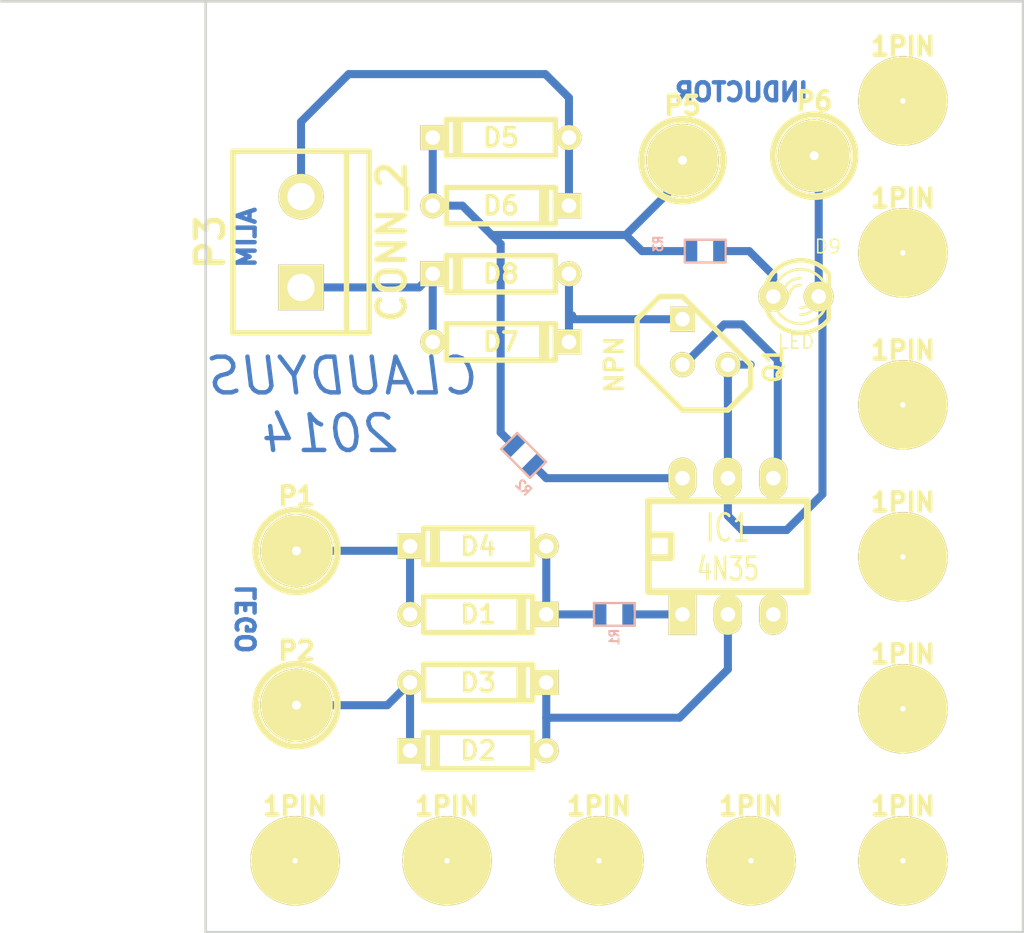
<source format=kicad_pcb>
(kicad_pcb (version 3) (host pcbnew "(2013-mar-13)-testing")

  (general
    (links 25)
    (no_connects 1)
    (area 143.434999 92.634999 200.735001 144.855001)
    (thickness 1.6)
    (drawings 8)
    (tracks 60)
    (zones 0)
    (modules 29)
    (nets 14)
  )

  (page A4)
  (title_block
    (title "Lego Mag")
    (date "23 lug 2014")
    (rev 1)
    (company "Claudio Mignanti")
  )

  (layers
    (15 F.Cu signal)
    (0 B.Cu signal)
    (16 B.Adhes user)
    (17 F.Adhes user)
    (18 B.Paste user)
    (19 F.Paste user)
    (20 B.SilkS user)
    (21 F.SilkS user)
    (22 B.Mask user)
    (23 F.Mask user)
    (24 Dwgs.User user)
    (25 Cmts.User user)
    (26 Eco1.User user)
    (27 Eco2.User user)
    (28 Edge.Cuts user)
  )

  (setup
    (last_trace_width 0.45)
    (trace_clearance 0.34)
    (zone_clearance 0.508)
    (zone_45_only no)
    (trace_min 0.254)
    (segment_width 0.2)
    (edge_width 0.15)
    (via_size 0.889)
    (via_drill 0.635)
    (via_min_size 0.889)
    (via_min_drill 0.508)
    (uvia_size 0.508)
    (uvia_drill 0.127)
    (uvias_allowed no)
    (uvia_min_size 0.508)
    (uvia_min_drill 0.127)
    (pcb_text_width 0.3)
    (pcb_text_size 1 1)
    (mod_edge_width 0.15)
    (mod_text_size 1 1)
    (mod_text_width 0.15)
    (pad_size 5 5)
    (pad_drill 0.3)
    (pad_to_mask_clearance 0)
    (aux_axis_origin 0 0)
    (visible_elements FFFFFF7F)
    (pcbplotparams
      (layerselection 3178497)
      (usegerberextensions true)
      (excludeedgelayer true)
      (linewidth 0.150000)
      (plotframeref false)
      (viasonmask false)
      (mode 1)
      (useauxorigin false)
      (hpglpennumber 1)
      (hpglpenspeed 20)
      (hpglpendiameter 15)
      (hpglpenoverlay 2)
      (psnegative false)
      (psa4output false)
      (plotreference true)
      (plotvalue true)
      (plotothertext true)
      (plotinvisibletext false)
      (padsonsilk false)
      (subtractmaskfromsilk false)
      (outputformat 1)
      (mirror false)
      (drillshape 1)
      (scaleselection 1)
      (outputdirectory lego-mag))
  )

  (net 0 "")
  (net 1 GND)
  (net 2 N-000001)
  (net 3 N-0000011)
  (net 4 N-0000012)
  (net 5 N-0000013)
  (net 6 N-0000014)
  (net 7 N-0000015)
  (net 8 N-0000016)
  (net 9 N-0000017)
  (net 10 N-0000018)
  (net 11 N-000003)
  (net 12 N-000005)
  (net 13 N-000006)

  (net_class Default "Questo è il gruppo di collegamenti predefinito"
    (clearance 0.34)
    (trace_width 0.45)
    (via_dia 0.889)
    (via_drill 0.635)
    (uvia_dia 0.508)
    (uvia_drill 0.127)
    (add_net "")
    (add_net GND)
    (add_net N-000001)
    (add_net N-0000011)
    (add_net N-0000012)
    (add_net N-0000013)
    (add_net N-0000014)
    (add_net N-0000015)
    (add_net N-0000016)
    (add_net N-0000017)
    (add_net N-0000018)
    (add_net N-000003)
    (add_net N-000005)
    (add_net N-000006)
  )

  (module 1pin (layer F.Cu) (tedit 53D01957) (tstamp 53D074A6)
    (at 193.94 98.28)
    (descr "module 1 pin (ou trou mecanique de percage)")
    (tags DEV)
    (path 1pin)
    (fp_text reference 1PIN (at 0 -3.048) (layer F.SilkS)
      (effects (font (size 1.016 1.016) (thickness 0.254)))
    )
    (fp_text value P*** (at 0 2.794) (layer F.SilkS) hide
      (effects (font (size 1.016 1.016) (thickness 0.254)))
    )
    (fp_circle (center 0 0) (end 0 -2.286) (layer F.SilkS) (width 0.381))
    (pad 1 thru_hole circle (at 0 0) (size 5 5) (drill 0.3)
      (layers *.Cu *.Mask F.SilkS)
    )
  )

  (module 1pin (layer F.Cu) (tedit 53D01957) (tstamp 53D0749B)
    (at 193.94 106.78)
    (descr "module 1 pin (ou trou mecanique de percage)")
    (tags DEV)
    (path 1pin)
    (fp_text reference 1PIN (at 0 -3.048) (layer F.SilkS)
      (effects (font (size 1.016 1.016) (thickness 0.254)))
    )
    (fp_text value P*** (at 0 2.794) (layer F.SilkS) hide
      (effects (font (size 1.016 1.016) (thickness 0.254)))
    )
    (fp_circle (center 0 0) (end 0 -2.286) (layer F.SilkS) (width 0.381))
    (pad 1 thru_hole circle (at 0 0) (size 5 5) (drill 0.3)
      (layers *.Cu *.Mask F.SilkS)
    )
  )

  (module 1pin (layer F.Cu) (tedit 53D01957) (tstamp 53D07490)
    (at 193.94 115.28)
    (descr "module 1 pin (ou trou mecanique de percage)")
    (tags DEV)
    (path 1pin)
    (fp_text reference 1PIN (at 0 -3.048) (layer F.SilkS)
      (effects (font (size 1.016 1.016) (thickness 0.254)))
    )
    (fp_text value P*** (at 0 2.794) (layer F.SilkS) hide
      (effects (font (size 1.016 1.016) (thickness 0.254)))
    )
    (fp_circle (center 0 0) (end 0 -2.286) (layer F.SilkS) (width 0.381))
    (pad 1 thru_hole circle (at 0 0) (size 5 5) (drill 0.3)
      (layers *.Cu *.Mask F.SilkS)
    )
  )

  (module 1pin (layer F.Cu) (tedit 53D01957) (tstamp 53D07485)
    (at 193.94 123.78)
    (descr "module 1 pin (ou trou mecanique de percage)")
    (tags DEV)
    (path 1pin)
    (fp_text reference 1PIN (at 0 -3.048) (layer F.SilkS)
      (effects (font (size 1.016 1.016) (thickness 0.254)))
    )
    (fp_text value P*** (at 0 2.794) (layer F.SilkS) hide
      (effects (font (size 1.016 1.016) (thickness 0.254)))
    )
    (fp_circle (center 0 0) (end 0 -2.286) (layer F.SilkS) (width 0.381))
    (pad 1 thru_hole circle (at 0 0) (size 5 5) (drill 0.3)
      (layers *.Cu *.Mask F.SilkS)
    )
  )

  (module 1pin (layer F.Cu) (tedit 53D01957) (tstamp 53D0747A)
    (at 193.94 132.28)
    (descr "module 1 pin (ou trou mecanique de percage)")
    (tags DEV)
    (path 1pin)
    (fp_text reference 1PIN (at 0 -3.048) (layer F.SilkS)
      (effects (font (size 1.016 1.016) (thickness 0.254)))
    )
    (fp_text value P*** (at 0 2.794) (layer F.SilkS) hide
      (effects (font (size 1.016 1.016) (thickness 0.254)))
    )
    (fp_circle (center 0 0) (end 0 -2.286) (layer F.SilkS) (width 0.381))
    (pad 1 thru_hole circle (at 0 0) (size 5 5) (drill 0.3)
      (layers *.Cu *.Mask F.SilkS)
    )
  )

  (module 1pin (layer F.Cu) (tedit 53D01957) (tstamp 53D07455)
    (at 193.94 140.78)
    (descr "module 1 pin (ou trou mecanique de percage)")
    (tags DEV)
    (path 1pin)
    (fp_text reference 1PIN (at 0 -3.048) (layer F.SilkS)
      (effects (font (size 1.016 1.016) (thickness 0.254)))
    )
    (fp_text value P*** (at 0 2.794) (layer F.SilkS) hide
      (effects (font (size 1.016 1.016) (thickness 0.254)))
    )
    (fp_circle (center 0 0) (end 0 -2.286) (layer F.SilkS) (width 0.381))
    (pad 1 thru_hole circle (at 0 0) (size 5 5) (drill 0.3)
      (layers *.Cu *.Mask F.SilkS)
    )
  )

  (module 1pin (layer F.Cu) (tedit 53D01957) (tstamp 53D07444)
    (at 185.44 140.78)
    (descr "module 1 pin (ou trou mecanique de percage)")
    (tags DEV)
    (path 1pin)
    (fp_text reference 1PIN (at 0 -3.048) (layer F.SilkS)
      (effects (font (size 1.016 1.016) (thickness 0.254)))
    )
    (fp_text value P*** (at 0 2.794) (layer F.SilkS) hide
      (effects (font (size 1.016 1.016) (thickness 0.254)))
    )
    (fp_circle (center 0 0) (end 0 -2.286) (layer F.SilkS) (width 0.381))
    (pad 1 thru_hole circle (at 0 0) (size 5 5) (drill 0.3)
      (layers *.Cu *.Mask F.SilkS)
    )
  )

  (module 1pin (layer F.Cu) (tedit 53D01957) (tstamp 53D0743F)
    (at 176.94 140.78)
    (descr "module 1 pin (ou trou mecanique de percage)")
    (tags DEV)
    (path 1pin)
    (fp_text reference 1PIN (at 0 -3.048) (layer F.SilkS)
      (effects (font (size 1.016 1.016) (thickness 0.254)))
    )
    (fp_text value P*** (at 0 2.794) (layer F.SilkS) hide
      (effects (font (size 1.016 1.016) (thickness 0.254)))
    )
    (fp_circle (center 0 0) (end 0 -2.286) (layer F.SilkS) (width 0.381))
    (pad 1 thru_hole circle (at 0 0) (size 5 5) (drill 0.3)
      (layers *.Cu *.Mask F.SilkS)
    )
  )

  (module 1pin (layer F.Cu) (tedit 53D01957) (tstamp 53D07419)
    (at 168.44 140.78)
    (descr "module 1 pin (ou trou mecanique de percage)")
    (tags DEV)
    (path 1pin)
    (fp_text reference 1PIN (at 0 -3.048) (layer F.SilkS)
      (effects (font (size 1.016 1.016) (thickness 0.254)))
    )
    (fp_text value P*** (at 0 2.794) (layer F.SilkS) hide
      (effects (font (size 1.016 1.016) (thickness 0.254)))
    )
    (fp_circle (center 0 0) (end 0 -2.286) (layer F.SilkS) (width 0.381))
    (pad 1 thru_hole circle (at 0 0) (size 5 5) (drill 0.3)
      (layers *.Cu *.Mask F.SilkS)
    )
  )

  (module D3 (layer F.Cu) (tedit 200000) (tstamp 53D0140A)
    (at 170.18 127)
    (descr "Diode 3 pas")
    (tags "DIODE DEV")
    (path /53D008F6)
    (fp_text reference D1 (at 0 0) (layer F.SilkS)
      (effects (font (size 1.016 1.016) (thickness 0.2032)))
    )
    (fp_text value DIODE (at 0 0) (layer F.SilkS) hide
      (effects (font (size 1.016 1.016) (thickness 0.2032)))
    )
    (fp_line (start 3.81 0) (end 3.048 0) (layer F.SilkS) (width 0.3048))
    (fp_line (start 3.048 0) (end 3.048 -1.016) (layer F.SilkS) (width 0.3048))
    (fp_line (start 3.048 -1.016) (end -3.048 -1.016) (layer F.SilkS) (width 0.3048))
    (fp_line (start -3.048 -1.016) (end -3.048 0) (layer F.SilkS) (width 0.3048))
    (fp_line (start -3.048 0) (end -3.81 0) (layer F.SilkS) (width 0.3048))
    (fp_line (start -3.048 0) (end -3.048 1.016) (layer F.SilkS) (width 0.3048))
    (fp_line (start -3.048 1.016) (end 3.048 1.016) (layer F.SilkS) (width 0.3048))
    (fp_line (start 3.048 1.016) (end 3.048 0) (layer F.SilkS) (width 0.3048))
    (fp_line (start 2.54 -1.016) (end 2.54 1.016) (layer F.SilkS) (width 0.3048))
    (fp_line (start 2.286 1.016) (end 2.286 -1.016) (layer F.SilkS) (width 0.3048))
    (pad 2 thru_hole rect (at 3.81 0) (size 1.397 1.397) (drill 0.8128)
      (layers *.Cu *.Mask F.SilkS)
      (net 5 N-0000013)
    )
    (pad 1 thru_hole circle (at -3.81 0) (size 1.397 1.397) (drill 0.8128)
      (layers *.Cu *.Mask F.SilkS)
      (net 8 N-0000016)
    )
    (model discret/diode.wrl
      (at (xyz 0 0 0))
      (scale (xyz 0.3 0.3 0.3))
      (rotate (xyz 0 0 0))
    )
  )

  (module D3 (layer F.Cu) (tedit 200000) (tstamp 53D01218)
    (at 170.18 134.62 180)
    (descr "Diode 3 pas")
    (tags "DIODE DEV")
    (path /53D00903)
    (fp_text reference D2 (at 0 0 180) (layer F.SilkS)
      (effects (font (size 1.016 1.016) (thickness 0.2032)))
    )
    (fp_text value DIODE (at 0 0 180) (layer F.SilkS) hide
      (effects (font (size 1.016 1.016) (thickness 0.2032)))
    )
    (fp_line (start 3.81 0) (end 3.048 0) (layer F.SilkS) (width 0.3048))
    (fp_line (start 3.048 0) (end 3.048 -1.016) (layer F.SilkS) (width 0.3048))
    (fp_line (start 3.048 -1.016) (end -3.048 -1.016) (layer F.SilkS) (width 0.3048))
    (fp_line (start -3.048 -1.016) (end -3.048 0) (layer F.SilkS) (width 0.3048))
    (fp_line (start -3.048 0) (end -3.81 0) (layer F.SilkS) (width 0.3048))
    (fp_line (start -3.048 0) (end -3.048 1.016) (layer F.SilkS) (width 0.3048))
    (fp_line (start -3.048 1.016) (end 3.048 1.016) (layer F.SilkS) (width 0.3048))
    (fp_line (start 3.048 1.016) (end 3.048 0) (layer F.SilkS) (width 0.3048))
    (fp_line (start 2.54 -1.016) (end 2.54 1.016) (layer F.SilkS) (width 0.3048))
    (fp_line (start 2.286 1.016) (end 2.286 -1.016) (layer F.SilkS) (width 0.3048))
    (pad 2 thru_hole rect (at 3.81 0 180) (size 1.397 1.397) (drill 0.8128)
      (layers *.Cu *.Mask F.SilkS)
      (net 9 N-0000017)
    )
    (pad 1 thru_hole circle (at -3.81 0 180) (size 1.397 1.397) (drill 0.8128)
      (layers *.Cu *.Mask F.SilkS)
      (net 6 N-0000014)
    )
    (model discret/diode.wrl
      (at (xyz 0 0 0))
      (scale (xyz 0.3 0.3 0.3))
      (rotate (xyz 0 0 0))
    )
  )

  (module D3 (layer F.Cu) (tedit 200000) (tstamp 53D01228)
    (at 170.18 130.81)
    (descr "Diode 3 pas")
    (tags "DIODE DEV")
    (path /53D0092C)
    (fp_text reference D3 (at 0 0) (layer F.SilkS)
      (effects (font (size 1.016 1.016) (thickness 0.2032)))
    )
    (fp_text value DIODE (at 0 0) (layer F.SilkS) hide
      (effects (font (size 1.016 1.016) (thickness 0.2032)))
    )
    (fp_line (start 3.81 0) (end 3.048 0) (layer F.SilkS) (width 0.3048))
    (fp_line (start 3.048 0) (end 3.048 -1.016) (layer F.SilkS) (width 0.3048))
    (fp_line (start 3.048 -1.016) (end -3.048 -1.016) (layer F.SilkS) (width 0.3048))
    (fp_line (start -3.048 -1.016) (end -3.048 0) (layer F.SilkS) (width 0.3048))
    (fp_line (start -3.048 0) (end -3.81 0) (layer F.SilkS) (width 0.3048))
    (fp_line (start -3.048 0) (end -3.048 1.016) (layer F.SilkS) (width 0.3048))
    (fp_line (start -3.048 1.016) (end 3.048 1.016) (layer F.SilkS) (width 0.3048))
    (fp_line (start 3.048 1.016) (end 3.048 0) (layer F.SilkS) (width 0.3048))
    (fp_line (start 2.54 -1.016) (end 2.54 1.016) (layer F.SilkS) (width 0.3048))
    (fp_line (start 2.286 1.016) (end 2.286 -1.016) (layer F.SilkS) (width 0.3048))
    (pad 2 thru_hole rect (at 3.81 0) (size 1.397 1.397) (drill 0.8128)
      (layers *.Cu *.Mask F.SilkS)
      (net 6 N-0000014)
    )
    (pad 1 thru_hole circle (at -3.81 0) (size 1.397 1.397) (drill 0.8128)
      (layers *.Cu *.Mask F.SilkS)
      (net 9 N-0000017)
    )
    (model discret/diode.wrl
      (at (xyz 0 0 0))
      (scale (xyz 0.3 0.3 0.3))
      (rotate (xyz 0 0 0))
    )
  )

  (module D3 (layer F.Cu) (tedit 200000) (tstamp 53D01238)
    (at 170.18 123.19 180)
    (descr "Diode 3 pas")
    (tags "DIODE DEV")
    (path /53D00932)
    (fp_text reference D4 (at 0 0 180) (layer F.SilkS)
      (effects (font (size 1.016 1.016) (thickness 0.2032)))
    )
    (fp_text value DIODE (at 0 0 180) (layer F.SilkS) hide
      (effects (font (size 1.016 1.016) (thickness 0.2032)))
    )
    (fp_line (start 3.81 0) (end 3.048 0) (layer F.SilkS) (width 0.3048))
    (fp_line (start 3.048 0) (end 3.048 -1.016) (layer F.SilkS) (width 0.3048))
    (fp_line (start 3.048 -1.016) (end -3.048 -1.016) (layer F.SilkS) (width 0.3048))
    (fp_line (start -3.048 -1.016) (end -3.048 0) (layer F.SilkS) (width 0.3048))
    (fp_line (start -3.048 0) (end -3.81 0) (layer F.SilkS) (width 0.3048))
    (fp_line (start -3.048 0) (end -3.048 1.016) (layer F.SilkS) (width 0.3048))
    (fp_line (start -3.048 1.016) (end 3.048 1.016) (layer F.SilkS) (width 0.3048))
    (fp_line (start 3.048 1.016) (end 3.048 0) (layer F.SilkS) (width 0.3048))
    (fp_line (start 2.54 -1.016) (end 2.54 1.016) (layer F.SilkS) (width 0.3048))
    (fp_line (start 2.286 1.016) (end 2.286 -1.016) (layer F.SilkS) (width 0.3048))
    (pad 2 thru_hole rect (at 3.81 0 180) (size 1.397 1.397) (drill 0.8128)
      (layers *.Cu *.Mask F.SilkS)
      (net 8 N-0000016)
    )
    (pad 1 thru_hole circle (at -3.81 0 180) (size 1.397 1.397) (drill 0.8128)
      (layers *.Cu *.Mask F.SilkS)
      (net 5 N-0000013)
    )
    (model discret/diode.wrl
      (at (xyz 0 0 0))
      (scale (xyz 0.3 0.3 0.3))
      (rotate (xyz 0 0 0))
    )
  )

  (module D3 (layer F.Cu) (tedit 200000) (tstamp 53D01248)
    (at 171.45 100.33 180)
    (descr "Diode 3 pas")
    (tags "DIODE DEV")
    (path /53D009F6)
    (fp_text reference D5 (at 0 0 180) (layer F.SilkS)
      (effects (font (size 1.016 1.016) (thickness 0.2032)))
    )
    (fp_text value DIODE (at 0 0 180) (layer F.SilkS) hide
      (effects (font (size 1.016 1.016) (thickness 0.2032)))
    )
    (fp_line (start 3.81 0) (end 3.048 0) (layer F.SilkS) (width 0.3048))
    (fp_line (start 3.048 0) (end 3.048 -1.016) (layer F.SilkS) (width 0.3048))
    (fp_line (start 3.048 -1.016) (end -3.048 -1.016) (layer F.SilkS) (width 0.3048))
    (fp_line (start -3.048 -1.016) (end -3.048 0) (layer F.SilkS) (width 0.3048))
    (fp_line (start -3.048 0) (end -3.81 0) (layer F.SilkS) (width 0.3048))
    (fp_line (start -3.048 0) (end -3.048 1.016) (layer F.SilkS) (width 0.3048))
    (fp_line (start -3.048 1.016) (end 3.048 1.016) (layer F.SilkS) (width 0.3048))
    (fp_line (start 3.048 1.016) (end 3.048 0) (layer F.SilkS) (width 0.3048))
    (fp_line (start 2.54 -1.016) (end 2.54 1.016) (layer F.SilkS) (width 0.3048))
    (fp_line (start 2.286 1.016) (end 2.286 -1.016) (layer F.SilkS) (width 0.3048))
    (pad 2 thru_hole rect (at 3.81 0 180) (size 1.397 1.397) (drill 0.8128)
      (layers *.Cu *.Mask F.SilkS)
      (net 4 N-0000012)
    )
    (pad 1 thru_hole circle (at -3.81 0 180) (size 1.397 1.397) (drill 0.8128)
      (layers *.Cu *.Mask F.SilkS)
      (net 13 N-000006)
    )
    (model discret/diode.wrl
      (at (xyz 0 0 0))
      (scale (xyz 0.3 0.3 0.3))
      (rotate (xyz 0 0 0))
    )
  )

  (module D3 (layer F.Cu) (tedit 200000) (tstamp 53D01258)
    (at 171.45 104.14)
    (descr "Diode 3 pas")
    (tags "DIODE DEV")
    (path /53D00A0D)
    (fp_text reference D6 (at 0 0) (layer F.SilkS)
      (effects (font (size 1.016 1.016) (thickness 0.2032)))
    )
    (fp_text value DIODE (at 0 0) (layer F.SilkS) hide
      (effects (font (size 1.016 1.016) (thickness 0.2032)))
    )
    (fp_line (start 3.81 0) (end 3.048 0) (layer F.SilkS) (width 0.3048))
    (fp_line (start 3.048 0) (end 3.048 -1.016) (layer F.SilkS) (width 0.3048))
    (fp_line (start 3.048 -1.016) (end -3.048 -1.016) (layer F.SilkS) (width 0.3048))
    (fp_line (start -3.048 -1.016) (end -3.048 0) (layer F.SilkS) (width 0.3048))
    (fp_line (start -3.048 0) (end -3.81 0) (layer F.SilkS) (width 0.3048))
    (fp_line (start -3.048 0) (end -3.048 1.016) (layer F.SilkS) (width 0.3048))
    (fp_line (start -3.048 1.016) (end 3.048 1.016) (layer F.SilkS) (width 0.3048))
    (fp_line (start 3.048 1.016) (end 3.048 0) (layer F.SilkS) (width 0.3048))
    (fp_line (start 2.54 -1.016) (end 2.54 1.016) (layer F.SilkS) (width 0.3048))
    (fp_line (start 2.286 1.016) (end 2.286 -1.016) (layer F.SilkS) (width 0.3048))
    (pad 2 thru_hole rect (at 3.81 0) (size 1.397 1.397) (drill 0.8128)
      (layers *.Cu *.Mask F.SilkS)
      (net 13 N-000006)
    )
    (pad 1 thru_hole circle (at -3.81 0) (size 1.397 1.397) (drill 0.8128)
      (layers *.Cu *.Mask F.SilkS)
      (net 4 N-0000012)
    )
    (model discret/diode.wrl
      (at (xyz 0 0 0))
      (scale (xyz 0.3 0.3 0.3))
      (rotate (xyz 0 0 0))
    )
  )

  (module D3 (layer F.Cu) (tedit 200000) (tstamp 53D01268)
    (at 171.45 111.76)
    (descr "Diode 3 pas")
    (tags "DIODE DEV")
    (path /53D00A13)
    (fp_text reference D7 (at 0 0) (layer F.SilkS)
      (effects (font (size 1.016 1.016) (thickness 0.2032)))
    )
    (fp_text value DIODE (at 0 0) (layer F.SilkS) hide
      (effects (font (size 1.016 1.016) (thickness 0.2032)))
    )
    (fp_line (start 3.81 0) (end 3.048 0) (layer F.SilkS) (width 0.3048))
    (fp_line (start 3.048 0) (end 3.048 -1.016) (layer F.SilkS) (width 0.3048))
    (fp_line (start 3.048 -1.016) (end -3.048 -1.016) (layer F.SilkS) (width 0.3048))
    (fp_line (start -3.048 -1.016) (end -3.048 0) (layer F.SilkS) (width 0.3048))
    (fp_line (start -3.048 0) (end -3.81 0) (layer F.SilkS) (width 0.3048))
    (fp_line (start -3.048 0) (end -3.048 1.016) (layer F.SilkS) (width 0.3048))
    (fp_line (start -3.048 1.016) (end 3.048 1.016) (layer F.SilkS) (width 0.3048))
    (fp_line (start 3.048 1.016) (end 3.048 0) (layer F.SilkS) (width 0.3048))
    (fp_line (start 2.54 -1.016) (end 2.54 1.016) (layer F.SilkS) (width 0.3048))
    (fp_line (start 2.286 1.016) (end 2.286 -1.016) (layer F.SilkS) (width 0.3048))
    (pad 2 thru_hole rect (at 3.81 0) (size 1.397 1.397) (drill 0.8128)
      (layers *.Cu *.Mask F.SilkS)
      (net 1 GND)
    )
    (pad 1 thru_hole circle (at -3.81 0) (size 1.397 1.397) (drill 0.8128)
      (layers *.Cu *.Mask F.SilkS)
      (net 10 N-0000018)
    )
    (model discret/diode.wrl
      (at (xyz 0 0 0))
      (scale (xyz 0.3 0.3 0.3))
      (rotate (xyz 0 0 0))
    )
  )

  (module D3 (layer F.Cu) (tedit 200000) (tstamp 53D01278)
    (at 171.45 107.95 180)
    (descr "Diode 3 pas")
    (tags "DIODE DEV")
    (path /53D00A19)
    (fp_text reference D8 (at 0 0 180) (layer F.SilkS)
      (effects (font (size 1.016 1.016) (thickness 0.2032)))
    )
    (fp_text value DIODE (at 0 0 180) (layer F.SilkS) hide
      (effects (font (size 1.016 1.016) (thickness 0.2032)))
    )
    (fp_line (start 3.81 0) (end 3.048 0) (layer F.SilkS) (width 0.3048))
    (fp_line (start 3.048 0) (end 3.048 -1.016) (layer F.SilkS) (width 0.3048))
    (fp_line (start 3.048 -1.016) (end -3.048 -1.016) (layer F.SilkS) (width 0.3048))
    (fp_line (start -3.048 -1.016) (end -3.048 0) (layer F.SilkS) (width 0.3048))
    (fp_line (start -3.048 0) (end -3.81 0) (layer F.SilkS) (width 0.3048))
    (fp_line (start -3.048 0) (end -3.048 1.016) (layer F.SilkS) (width 0.3048))
    (fp_line (start -3.048 1.016) (end 3.048 1.016) (layer F.SilkS) (width 0.3048))
    (fp_line (start 3.048 1.016) (end 3.048 0) (layer F.SilkS) (width 0.3048))
    (fp_line (start 2.54 -1.016) (end 2.54 1.016) (layer F.SilkS) (width 0.3048))
    (fp_line (start 2.286 1.016) (end 2.286 -1.016) (layer F.SilkS) (width 0.3048))
    (pad 2 thru_hole rect (at 3.81 0 180) (size 1.397 1.397) (drill 0.8128)
      (layers *.Cu *.Mask F.SilkS)
      (net 10 N-0000018)
    )
    (pad 1 thru_hole circle (at -3.81 0 180) (size 1.397 1.397) (drill 0.8128)
      (layers *.Cu *.Mask F.SilkS)
      (net 1 GND)
    )
    (model discret/diode.wrl
      (at (xyz 0 0 0))
      (scale (xyz 0.3 0.3 0.3))
      (rotate (xyz 0 0 0))
    )
  )

  (module LED-3MM (layer F.Cu) (tedit 50ADE848) (tstamp 53D01291)
    (at 187.96 109.22)
    (descr "LED 3mm - Lead pitch 100mil (2,54mm)")
    (tags "LED led 3mm 3MM 100mil 2,54mm")
    (path /53D00D96)
    (fp_text reference D9 (at 1.778 -2.794) (layer F.SilkS)
      (effects (font (size 0.762 0.762) (thickness 0.0889)))
    )
    (fp_text value LED (at 0 2.54) (layer F.SilkS)
      (effects (font (size 0.762 0.762) (thickness 0.0889)))
    )
    (fp_line (start 1.8288 1.27) (end 1.8288 -1.27) (layer F.SilkS) (width 0.254))
    (fp_arc (start 0.254 0) (end -1.27 0) (angle 39.8) (layer F.SilkS) (width 0.1524))
    (fp_arc (start 0.254 0) (end -0.88392 1.01092) (angle 41.6) (layer F.SilkS) (width 0.1524))
    (fp_arc (start 0.254 0) (end 1.4097 -0.9906) (angle 40.6) (layer F.SilkS) (width 0.1524))
    (fp_arc (start 0.254 0) (end 1.778 0) (angle 39.8) (layer F.SilkS) (width 0.1524))
    (fp_arc (start 0.254 0) (end 0.254 -1.524) (angle 54.4) (layer F.SilkS) (width 0.1524))
    (fp_arc (start 0.254 0) (end -0.9652 -0.9144) (angle 53.1) (layer F.SilkS) (width 0.1524))
    (fp_arc (start 0.254 0) (end 1.45542 0.93472) (angle 52.1) (layer F.SilkS) (width 0.1524))
    (fp_arc (start 0.254 0) (end 0.254 1.524) (angle 52.1) (layer F.SilkS) (width 0.1524))
    (fp_arc (start 0.254 0) (end -0.381 0) (angle 90) (layer F.SilkS) (width 0.1524))
    (fp_arc (start 0.254 0) (end -0.762 0) (angle 90) (layer F.SilkS) (width 0.1524))
    (fp_arc (start 0.254 0) (end 0.889 0) (angle 90) (layer F.SilkS) (width 0.1524))
    (fp_arc (start 0.254 0) (end 1.27 0) (angle 90) (layer F.SilkS) (width 0.1524))
    (fp_arc (start 0.254 0) (end 0.254 -2.032) (angle 50.1) (layer F.SilkS) (width 0.254))
    (fp_arc (start 0.254 0) (end -1.5367 -0.95504) (angle 61.9) (layer F.SilkS) (width 0.254))
    (fp_arc (start 0.254 0) (end 1.8034 1.31064) (angle 49.7) (layer F.SilkS) (width 0.254))
    (fp_arc (start 0.254 0) (end 0.254 2.032) (angle 60.2) (layer F.SilkS) (width 0.254))
    (fp_arc (start 0.254 0) (end -1.778 0) (angle 28.3) (layer F.SilkS) (width 0.254))
    (fp_arc (start 0.254 0) (end -1.47574 1.06426) (angle 31.6) (layer F.SilkS) (width 0.254))
    (pad 1 thru_hole circle (at -1.27 0) (size 1.6764 1.6764) (drill 0.8128)
      (layers *.Cu *.Mask F.SilkS)
      (net 11 N-000003)
    )
    (pad 2 thru_hole circle (at 1.27 0) (size 1.6764 1.6764) (drill 0.8128)
      (layers *.Cu *.Mask F.SilkS)
      (net 3 N-0000011)
    )
    (model discret/leds/led3_vertical_verde.wrl
      (at (xyz 0 0 0))
      (scale (xyz 1 1 1))
      (rotate (xyz 0 0 0))
    )
  )

  (module 1pin (layer F.Cu) (tedit 53D01495) (tstamp 53D01297)
    (at 160.02 123.444)
    (descr "module 1 pin (ou trou mecanique de percage)")
    (tags DEV)
    (path /53D00970)
    (fp_text reference P1 (at 0 -3.048) (layer F.SilkS)
      (effects (font (size 1.016 1.016) (thickness 0.254)))
    )
    (fp_text value CONN_1 (at 0 2.794) (layer F.SilkS) hide
      (effects (font (size 1.016 1.016) (thickness 0.254)))
    )
    (fp_circle (center 0 0) (end 0 -2.286) (layer F.SilkS) (width 0.381))
    (pad 1 thru_hole circle (at 0 0) (size 4.064 4.064) (drill 0.5)
      (layers *.Cu *.Mask F.SilkS)
      (net 8 N-0000016)
    )
  )

  (module 1pin (layer F.Cu) (tedit 53D014A4) (tstamp 53D0129D)
    (at 160.02 132.08)
    (descr "module 1 pin (ou trou mecanique de percage)")
    (tags DEV)
    (path /53D00987)
    (fp_text reference P2 (at 0 -3.048) (layer F.SilkS)
      (effects (font (size 1.016 1.016) (thickness 0.254)))
    )
    (fp_text value CONN_1 (at 0 2.794) (layer F.SilkS) hide
      (effects (font (size 1.016 1.016) (thickness 0.254)))
    )
    (fp_circle (center 0 0) (end 0 -2.286) (layer F.SilkS) (width 0.381))
    (pad 1 thru_hole circle (at 0 0) (size 4.064 4.064) (drill 0.5)
      (layers *.Cu *.Mask F.SilkS)
      (net 9 N-0000017)
    )
  )

  (module bornier2 (layer F.Cu) (tedit 3EC0ED69) (tstamp 53D012A8)
    (at 160.274 106.172 90)
    (descr "Bornier d'alimentation 2 pins")
    (tags DEV)
    (path /53D01705)
    (fp_text reference P3 (at 0 -5.08 90) (layer F.SilkS)
      (effects (font (thickness 0.3048)))
    )
    (fp_text value CONN_2 (at 0 5.08 90) (layer F.SilkS)
      (effects (font (thickness 0.3048)))
    )
    (fp_line (start 5.08 2.54) (end -5.08 2.54) (layer F.SilkS) (width 0.3048))
    (fp_line (start 5.08 3.81) (end 5.08 -3.81) (layer F.SilkS) (width 0.3048))
    (fp_line (start 5.08 -3.81) (end -5.08 -3.81) (layer F.SilkS) (width 0.3048))
    (fp_line (start -5.08 -3.81) (end -5.08 3.81) (layer F.SilkS) (width 0.3048))
    (fp_line (start -5.08 3.81) (end 5.08 3.81) (layer F.SilkS) (width 0.3048))
    (pad 1 thru_hole rect (at -2.54 0 90) (size 2.54 2.54) (drill 1.524)
      (layers *.Cu *.Mask F.SilkS)
      (net 10 N-0000018)
    )
    (pad 2 thru_hole circle (at 2.54 0 90) (size 2.54 2.54) (drill 1.524)
      (layers *.Cu *.Mask F.SilkS)
      (net 13 N-000006)
    )
    (model device/bornier_2.wrl
      (at (xyz 0 0 0))
      (scale (xyz 1 1 1))
      (rotate (xyz 0 0 0))
    )
  )

  (module 1pin (layer F.Cu) (tedit 53D014B3) (tstamp 53D012AE)
    (at 181.61 101.6)
    (descr "module 1 pin (ou trou mecanique de percage)")
    (tags DEV)
    (path /53D00CE9)
    (fp_text reference P5 (at 0 -3.048) (layer F.SilkS)
      (effects (font (size 1.016 1.016) (thickness 0.254)))
    )
    (fp_text value CONN_1 (at 0 2.794) (layer F.SilkS) hide
      (effects (font (size 1.016 1.016) (thickness 0.254)))
    )
    (fp_circle (center 0 0) (end 0 -2.286) (layer F.SilkS) (width 0.381))
    (pad 1 thru_hole circle (at 0 0) (size 4.064 4.064) (drill 0.5)
      (layers *.Cu *.Mask F.SilkS)
      (net 4 N-0000012)
    )
  )

  (module 1pin (layer F.Cu) (tedit 53D014BA) (tstamp 53D012B4)
    (at 188.976 101.346)
    (descr "module 1 pin (ou trou mecanique de percage)")
    (tags DEV)
    (path /53D00CEF)
    (fp_text reference P6 (at 0 -3.048) (layer F.SilkS)
      (effects (font (size 1.016 1.016) (thickness 0.254)))
    )
    (fp_text value CONN_1 (at 0 2.794) (layer F.SilkS) hide
      (effects (font (size 1.016 1.016) (thickness 0.254)))
    )
    (fp_circle (center 0 0) (end 0 -2.286) (layer F.SilkS) (width 0.381))
    (pad 1 thru_hole circle (at 0 0) (size 4.064 4.064) (drill 0.5)
      (layers *.Cu *.Mask F.SilkS)
      (net 3 N-0000011)
    )
  )

  (module TO92 (layer F.Cu) (tedit 443CFFD1) (tstamp 53D012C3)
    (at 182.88 111.76 90)
    (descr "Transistor TO92 brochage type BC237")
    (tags "TR TO92")
    (path /53D00B39)
    (fp_text reference Q1 (at -1.27 3.81 90) (layer F.SilkS)
      (effects (font (size 1.016 1.016) (thickness 0.2032)))
    )
    (fp_text value NPN (at -1.27 -5.08 90) (layer F.SilkS)
      (effects (font (size 1.016 1.016) (thickness 0.2032)))
    )
    (fp_line (start -1.27 2.54) (end 2.54 -1.27) (layer F.SilkS) (width 0.3048))
    (fp_line (start 2.54 -1.27) (end 2.54 -2.54) (layer F.SilkS) (width 0.3048))
    (fp_line (start 2.54 -2.54) (end 1.27 -3.81) (layer F.SilkS) (width 0.3048))
    (fp_line (start 1.27 -3.81) (end -1.27 -3.81) (layer F.SilkS) (width 0.3048))
    (fp_line (start -1.27 -3.81) (end -3.81 -1.27) (layer F.SilkS) (width 0.3048))
    (fp_line (start -3.81 -1.27) (end -3.81 1.27) (layer F.SilkS) (width 0.3048))
    (fp_line (start -3.81 1.27) (end -2.54 2.54) (layer F.SilkS) (width 0.3048))
    (fp_line (start -2.54 2.54) (end -1.27 2.54) (layer F.SilkS) (width 0.3048))
    (pad 1 thru_hole rect (at 1.27 -1.27 90) (size 1.397 1.397) (drill 0.8128)
      (layers *.Cu *.Mask F.SilkS)
      (net 1 GND)
    )
    (pad 2 thru_hole circle (at -1.27 -1.27 90) (size 1.397 1.397) (drill 0.8128)
      (layers *.Cu *.Mask F.SilkS)
      (net 12 N-000005)
    )
    (pad 3 thru_hole circle (at -1.27 1.27 90) (size 1.397 1.397) (drill 0.8128)
      (layers *.Cu *.Mask F.SilkS)
      (net 3 N-0000011)
    )
    (model discret/to98.wrl
      (at (xyz 0 0 0))
      (scale (xyz 1 1 1))
      (rotate (xyz 0 0 0))
    )
  )

  (module SM0603 (layer B.Cu) (tedit 53D012D2) (tstamp 53D012CD)
    (at 177.8 127)
    (path /53D0093C)
    (attr smd)
    (fp_text reference R1 (at 0 1.27 90) (layer B.SilkS)
      (effects (font (size 0.508 0.4572) (thickness 0.1143)) (justify mirror))
    )
    (fp_text value 330 (at 0 0) (layer B.SilkS) hide
      (effects (font (size 0.508 0.4572) (thickness 0.1143)) (justify mirror))
    )
    (fp_line (start -1.143 0.635) (end 1.143 0.635) (layer B.SilkS) (width 0.127))
    (fp_line (start 1.143 0.635) (end 1.143 -0.635) (layer B.SilkS) (width 0.127))
    (fp_line (start 1.143 -0.635) (end -1.143 -0.635) (layer B.SilkS) (width 0.127))
    (fp_line (start -1.143 -0.635) (end -1.143 0.635) (layer B.SilkS) (width 0.127))
    (pad 1 smd rect (at -0.762 0) (size 0.635 1.143)
      (layers B.Cu B.Paste B.Mask)
      (net 5 N-0000013)
    )
    (pad 2 smd rect (at 0.762 0) (size 0.635 1.143)
      (layers B.Cu B.Paste B.Mask)
      (net 7 N-0000015)
    )
    (model smd\resistors\R0603.wrl
      (at (xyz 0 0 0.001))
      (scale (xyz 0.5 0.5 0.5))
      (rotate (xyz 0 0 0))
    )
  )

  (module SM0603 (layer B.Cu) (tedit 53D01581) (tstamp 53D012D7)
    (at 172.72 118.11 135)
    (path /53D00CF5)
    (attr smd)
    (fp_text reference R2 (at -1.27 -1.27 135) (layer B.SilkS)
      (effects (font (size 0.508 0.4572) (thickness 0.1143)) (justify mirror))
    )
    (fp_text value NC (at 0 0 135) (layer B.SilkS) hide
      (effects (font (size 0.508 0.4572) (thickness 0.1143)) (justify mirror))
    )
    (fp_line (start -1.143 0.635) (end 1.143 0.635) (layer B.SilkS) (width 0.127))
    (fp_line (start 1.143 0.635) (end 1.143 -0.635) (layer B.SilkS) (width 0.127))
    (fp_line (start 1.143 -0.635) (end -1.143 -0.635) (layer B.SilkS) (width 0.127))
    (fp_line (start -1.143 -0.635) (end -1.143 0.635) (layer B.SilkS) (width 0.127))
    (pad 1 smd rect (at -0.762 0 135) (size 0.635 1.143)
      (layers B.Cu B.Paste B.Mask)
      (net 2 N-000001)
    )
    (pad 2 smd rect (at 0.762 0 135) (size 0.635 1.143)
      (layers B.Cu B.Paste B.Mask)
      (net 4 N-0000012)
    )
    (model smd\resistors\R0603.wrl
      (at (xyz 0 0 0.001))
      (scale (xyz 0.5 0.5 0.5))
      (rotate (xyz 0 0 0))
    )
  )

  (module SM0603 (layer B.Cu) (tedit 53D0141E) (tstamp 53D012E1)
    (at 182.88 106.68 180)
    (path /53D00D5B)
    (attr smd)
    (fp_text reference R3 (at 2.6289 0.4064 450) (layer B.SilkS)
      (effects (font (size 0.508 0.4572) (thickness 0.1143)) (justify mirror))
    )
    (fp_text value 470 (at 0 0 180) (layer B.SilkS) hide
      (effects (font (size 0.508 0.4572) (thickness 0.1143)) (justify mirror))
    )
    (fp_line (start -1.143 0.635) (end 1.143 0.635) (layer B.SilkS) (width 0.127))
    (fp_line (start 1.143 0.635) (end 1.143 -0.635) (layer B.SilkS) (width 0.127))
    (fp_line (start 1.143 -0.635) (end -1.143 -0.635) (layer B.SilkS) (width 0.127))
    (fp_line (start -1.143 -0.635) (end -1.143 0.635) (layer B.SilkS) (width 0.127))
    (pad 1 smd rect (at -0.762 0 180) (size 0.635 1.143)
      (layers B.Cu B.Paste B.Mask)
      (net 11 N-000003)
    )
    (pad 2 smd rect (at 0.762 0 180) (size 0.635 1.143)
      (layers B.Cu B.Paste B.Mask)
      (net 4 N-0000012)
    )
    (model smd\resistors\R0603.wrl
      (at (xyz 0 0 0.001))
      (scale (xyz 0.5 0.5 0.5))
      (rotate (xyz 0 0 0))
    )
  )

  (module DIP-6__300_ELL (layer F.Cu) (tedit 4879C789) (tstamp 53D013D9)
    (at 184.15 123.19)
    (descr "6 pins DIL package, elliptical pads")
    (tags DIL)
    (path /53D008C7)
    (fp_text reference IC1 (at 0 -1.016) (layer F.SilkS)
      (effects (font (size 1.524 1.016) (thickness 0.1524)))
    )
    (fp_text value 4N35 (at 0 1.27) (layer F.SilkS)
      (effects (font (size 1.27 0.889) (thickness 0.1524)))
    )
    (fp_line (start -4.445 -2.54) (end 4.445 -2.54) (layer F.SilkS) (width 0.381))
    (fp_line (start 4.445 -2.54) (end 4.445 2.54) (layer F.SilkS) (width 0.381))
    (fp_line (start 4.445 2.54) (end -4.445 2.54) (layer F.SilkS) (width 0.381))
    (fp_line (start -4.445 2.54) (end -4.445 -2.54) (layer F.SilkS) (width 0.381))
    (fp_line (start -4.445 -0.635) (end -3.175 -0.635) (layer F.SilkS) (width 0.381))
    (fp_line (start -3.175 -0.635) (end -3.175 0.635) (layer F.SilkS) (width 0.381))
    (fp_line (start -3.175 0.635) (end -4.445 0.635) (layer F.SilkS) (width 0.381))
    (pad 1 thru_hole rect (at -2.54 3.81) (size 1.5748 2.286) (drill 0.8128)
      (layers *.Cu *.Mask F.SilkS)
      (net 7 N-0000015)
    )
    (pad 2 thru_hole oval (at 0 3.81) (size 1.5748 2.286) (drill 0.8128)
      (layers *.Cu *.Mask F.SilkS)
      (net 6 N-0000014)
    )
    (pad 3 thru_hole oval (at 2.54 3.81) (size 1.5748 2.286) (drill 0.8128)
      (layers *.Cu *.Mask F.SilkS)
    )
    (pad 4 thru_hole oval (at 2.54 -3.81) (size 1.5748 2.286) (drill 0.8128)
      (layers *.Cu *.Mask F.SilkS)
      (net 12 N-000005)
    )
    (pad 5 thru_hole oval (at 0 -3.81) (size 1.5748 2.286) (drill 0.8128)
      (layers *.Cu *.Mask F.SilkS)
      (net 3 N-0000011)
    )
    (pad 6 thru_hole oval (at -2.54 -3.81) (size 1.5748 2.286) (drill 0.8128)
      (layers *.Cu *.Mask F.SilkS)
      (net 2 N-000001)
    )
    (model dil/dil_6.wrl
      (at (xyz 0 0 0))
      (scale (xyz 1 1 1))
      (rotate (xyz 0 0 0))
    )
  )

  (module 1pin (layer F.Cu) (tedit 53D01957) (tstamp 53D0736C)
    (at 159.94 140.78)
    (descr "module 1 pin (ou trou mecanique de percage)")
    (tags DEV)
    (path 1pin)
    (fp_text reference 1PIN (at 0 -3.048) (layer F.SilkS)
      (effects (font (size 1.016 1.016) (thickness 0.254)))
    )
    (fp_text value P*** (at 0 2.794) (layer F.SilkS) hide
      (effects (font (size 1.016 1.016) (thickness 0.254)))
    )
    (fp_circle (center 0 0) (end 0 -2.286) (layer F.SilkS) (width 0.381))
    (pad 1 thru_hole circle (at 0 0) (size 5 5) (drill 0.3)
      (layers *.Cu *.Mask F.SilkS)
    )
  )

  (gr_text "CLAUDYUS \n2014" (at 161.94 115.28) (layer B.Cu)
    (effects (font (size 2 2) (thickness 0.25) italic) (justify mirror))
  )
  (gr_text LEGO (at 157.226 127.254 90) (layer B.Cu)
    (effects (font (size 1 1) (thickness 0.25)) (justify mirror))
  )
  (gr_text ALIM (at 157.226 105.918 90) (layer B.Cu)
    (effects (font (size 1 1) (thickness 0.25)) (justify mirror))
  )
  (gr_text INDUCTOR (at 184.912 97.79) (layer B.Cu)
    (effects (font (size 1 1) (thickness 0.25)) (justify mirror))
  )
  (gr_line (start 154.94 144.78) (end 200.66 144.78) (angle 90) (layer Edge.Cuts) (width 0.15))
  (gr_line (start 154.94 92.71) (end 154.94 144.78) (angle 90) (layer Edge.Cuts) (width 0.15))
  (gr_line (start 200.66 92.71) (end 143.51 92.71) (angle 90) (layer Edge.Cuts) (width 0.15))
  (gr_line (start 200.66 144.78) (end 200.66 92.71) (angle 90) (layer Edge.Cuts) (width 0.15))

  (segment (start 181.61 110.49) (end 175.26 110.49) (width 0.45) (layer B.Cu) (net 1))
  (segment (start 175.44 110.28) (end 175.26 110.28) (width 0.45) (layer B.Cu) (net 1) (tstamp 53D07510))
  (segment (start 175.44 110.31) (end 175.44 110.28) (width 0.45) (layer B.Cu) (net 1) (tstamp 53D0750F))
  (segment (start 175.26 110.49) (end 175.44 110.31) (width 0.45) (layer B.Cu) (net 1) (tstamp 53D0750E))
  (segment (start 175.26 107.95) (end 175.26 110.28) (width 0.45) (layer B.Cu) (net 1))
  (segment (start 175.26 110.28) (end 175.26 111.76) (width 0.45) (layer B.Cu) (net 1) (tstamp 53D07511))
  (segment (start 181.61 119.38) (end 173.99 119.38) (width 0.45) (layer B.Cu) (net 2))
  (segment (start 173.99 119.38) (end 173.258815 118.648815) (width 0.45) (layer B.Cu) (net 2) (tstamp 53D07509))
  (segment (start 184.15 119.38) (end 184.15 121.49) (width 0.45) (layer B.Cu) (net 3) (status 400000))
  (segment (start 189.44 109.43) (end 189.23 109.22) (width 0.45) (layer B.Cu) (net 3) (tstamp 53D0752E) (status C00000))
  (segment (start 189.44 120.28) (end 189.44 109.43) (width 0.45) (layer B.Cu) (net 3) (tstamp 53D0752C) (status 800000))
  (segment (start 187.44 122.28) (end 189.44 120.28) (width 0.45) (layer B.Cu) (net 3) (tstamp 53D0752B))
  (segment (start 184.94 122.28) (end 187.44 122.28) (width 0.45) (layer B.Cu) (net 3) (tstamp 53D0752A))
  (segment (start 184.15 121.49) (end 184.94 122.28) (width 0.45) (layer B.Cu) (net 3) (tstamp 53D07529))
  (segment (start 189.23 109.22) (end 189.23 101.6) (width 0.45) (layer B.Cu) (net 3))
  (segment (start 189.23 101.6) (end 188.976 101.346) (width 0.45) (layer B.Cu) (net 3) (tstamp 53D07519))
  (segment (start 184.15 113.03) (end 185.42 113.03) (width 0.45) (layer B.Cu) (net 3))
  (segment (start 184.15 119.38) (end 184.15 113.03) (width 0.45) (layer B.Cu) (net 3))
  (segment (start 182.118 106.68) (end 179.34 106.68) (width 0.45) (layer B.Cu) (net 4))
  (segment (start 179.34 106.68) (end 178.44 105.78) (width 0.45) (layer B.Cu) (net 4) (tstamp 53D07500))
  (segment (start 170.94 105.78) (end 178.44 105.78) (width 0.45) (layer B.Cu) (net 4))
  (segment (start 181.61 102.61) (end 181.61 101.6) (width 0.45) (layer B.Cu) (net 4) (tstamp 53D074FD))
  (segment (start 178.44 105.78) (end 181.61 102.61) (width 0.45) (layer B.Cu) (net 4) (tstamp 53D074FC))
  (segment (start 167.64 104.14) (end 167.64 100.33) (width 0.45) (layer B.Cu) (net 4))
  (segment (start 167.64 104.14) (end 169.3 104.14) (width 0.45) (layer B.Cu) (net 4))
  (segment (start 171.44 116.83) (end 172.181185 117.571185) (width 0.45) (layer B.Cu) (net 4) (tstamp 53D074EB))
  (segment (start 171.44 106.28) (end 171.44 116.83) (width 0.45) (layer B.Cu) (net 4) (tstamp 53D074E9))
  (segment (start 169.3 104.14) (end 170.94 105.78) (width 0.45) (layer B.Cu) (net 4) (tstamp 53D074E8))
  (segment (start 170.94 105.78) (end 171.44 106.28) (width 0.45) (layer B.Cu) (net 4) (tstamp 53D074FA))
  (segment (start 173.99 127) (end 173.99 123.19) (width 0.45) (layer B.Cu) (net 5))
  (segment (start 173.99 127) (end 177.038 127) (width 0.45) (layer B.Cu) (net 5))
  (segment (start 173.99 132.78) (end 181.44 132.78) (width 0.45) (layer B.Cu) (net 6))
  (segment (start 184.15 130.07) (end 184.15 127) (width 0.45) (layer B.Cu) (net 6) (tstamp 53D074D4))
  (segment (start 181.44 132.78) (end 184.15 130.07) (width 0.45) (layer B.Cu) (net 6) (tstamp 53D074D3))
  (segment (start 173.99 134.62) (end 173.99 132.78) (width 0.45) (layer B.Cu) (net 6))
  (segment (start 173.99 132.78) (end 173.99 130.81) (width 0.45) (layer B.Cu) (net 6) (tstamp 53D074D1))
  (segment (start 178.562 127) (end 181.61 127) (width 0.45) (layer B.Cu) (net 7))
  (segment (start 166.37 123.19) (end 166.37 127) (width 0.45) (layer B.Cu) (net 8))
  (segment (start 160.02 123.444) (end 166.116 123.444) (width 0.45) (layer B.Cu) (net 8))
  (segment (start 166.116 123.444) (end 166.37 123.19) (width 0.45) (layer B.Cu) (net 8) (tstamp 53D074DE))
  (segment (start 166.37 134.62) (end 166.37 130.81) (width 0.45) (layer B.Cu) (net 9))
  (segment (start 160.02 132.08) (end 165.1 132.08) (width 0.45) (layer B.Cu) (net 9))
  (segment (start 165.1 132.08) (end 166.37 130.81) (width 0.45) (layer B.Cu) (net 9) (tstamp 53D074CA))
  (segment (start 167.64 111.76) (end 167.64 107.95) (width 0.45) (layer B.Cu) (net 10))
  (segment (start 160.274 108.712) (end 166.878 108.712) (width 0.45) (layer B.Cu) (net 10))
  (segment (start 166.878 108.712) (end 167.64 107.95) (width 0.45) (layer B.Cu) (net 10) (tstamp 53D074E3))
  (segment (start 186.69 109.22) (end 186.69 108.03) (width 0.45) (layer B.Cu) (net 11))
  (segment (start 185.34 106.68) (end 183.642 106.68) (width 0.45) (layer B.Cu) (net 11) (tstamp 53D07504))
  (segment (start 186.69 108.03) (end 185.34 106.68) (width 0.45) (layer B.Cu) (net 11) (tstamp 53D07503))
  (segment (start 183.94 110.78) (end 184.94 110.78) (width 0.45) (layer B.Cu) (net 12))
  (segment (start 181.69 113.03) (end 183.94 110.78) (width 0.45) (layer B.Cu) (net 12) (tstamp 53D0751F) (status 400000))
  (segment (start 181.61 113.03) (end 181.69 113.03) (width 0.45) (layer B.Cu) (net 12) (status C00000))
  (segment (start 186.94 119.13) (end 186.69 119.38) (width 0.45) (layer B.Cu) (net 12) (tstamp 53D07526) (status C00000))
  (segment (start 186.94 112.78) (end 186.94 119.13) (width 0.45) (layer B.Cu) (net 12) (tstamp 53D07524) (status 800000))
  (segment (start 184.94 110.78) (end 186.94 112.78) (width 0.45) (layer B.Cu) (net 12) (tstamp 53D07523))
  (segment (start 160.274 103.632) (end 160.274 99.446) (width 0.45) (layer B.Cu) (net 13))
  (segment (start 175.26 98.1) (end 175.26 104.14) (width 0.45) (layer B.Cu) (net 13) (tstamp 53D074F5))
  (segment (start 173.94 96.78) (end 175.26 98.1) (width 0.45) (layer B.Cu) (net 13) (tstamp 53D074F4))
  (segment (start 162.94 96.78) (end 173.94 96.78) (width 0.45) (layer B.Cu) (net 13) (tstamp 53D074F2))
  (segment (start 160.274 99.446) (end 162.94 96.78) (width 0.45) (layer B.Cu) (net 13) (tstamp 53D074F0))

)

</source>
